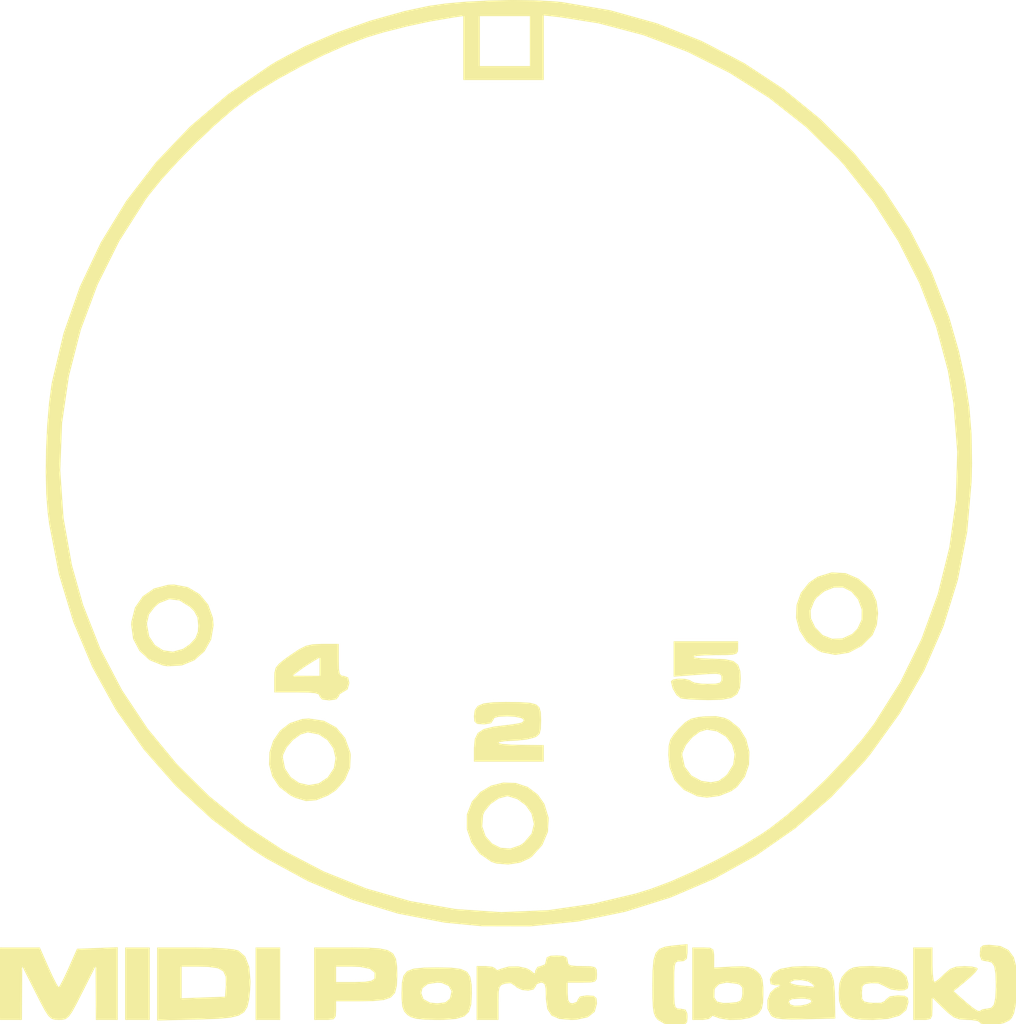
<source format=kicad_pcb>

(kicad_pcb (version 4) (host pcbnew 4.0.7)

	(general
		(links 0)
		(no_connects 0)
		(area 77.052499 41.877835 92.193313 53.630501)
		(thickness 1.6)
		(drawings 8)
		(tracks 0)
		(zones 0)
		(modules 1)
		(nets 1)
	)

	(page A4)
	(layers
		(0 F.Cu signal)
		(31 B.Cu signal)
		(32 B.Adhes user)
		(33 F.Adhes user)
		(34 B.Paste user)
		(35 F.Paste user)
		(36 B.SilkS user)
		(37 F.SilkS user)
		(38 B.Mask user)
		(39 F.Mask user)
		(40 Dwgs.User user)
		(41 Cmts.User user)
		(42 Eco1.User user)
		(43 Eco2.User user)
		(44 Edge.Cuts user)
		(45 Margin user)
		(46 B.CrtYd user)
		(47 F.CrtYd user)
		(48 B.Fab user)
		(49 F.Fab user)
	)

	(setup
		(last_trace_width 0.25)
		(trace_clearance 0.2)
		(zone_clearance 0.508)
		(zone_45_only no)
		(trace_min 0.2)
		(segment_width 0.2)
		(edge_width 0.15)
		(via_size 0.6)
		(via_drill 0.4)
		(via_min_size 0.4)
		(via_min_drill 0.3)
		(uvia_size 0.3)
		(uvia_drill 0.1)
		(uvias_allowed no)
		(uvia_min_size 0.2)
		(uvia_min_drill 0.1)
		(pcb_text_width 0.3)
		(pcb_text_size 1.5 1.5)
		(mod_edge_width 0.15)
		(mod_text_size 1 1)
		(mod_text_width 0.15)
		(pad_size 1.524 1.524)
		(pad_drill 0.762)
		(pad_to_mask_clearance 0.2)
		(aux_axis_origin 0 0)
		(visible_elements FFFFFF7F)
		(pcbplotparams
			(layerselection 0x010f0_80000001)
			(usegerberextensions false)
			(excludeedgelayer true)
			(linewidth 0.100000)
			(plotframeref false)
			(viasonmask false)
			(mode 1)
			(useauxorigin false)
			(hpglpennumber 1)
			(hpglpenspeed 20)
			(hpglpendiameter 15)
			(hpglpenoverlay 2)
			(psnegative false)
			(psa4output false)
			(plotreference true)
			(plotvalue true)
			(plotinvisibletext false)
			(padsonsilk false)
			(subtractmaskfromsilk false)
			(outputformat 1)
			(mirror false)
			(drillshape 1)
			(scaleselection 1)
			(outputdirectory gerbers/))
	)

	(net 0 "")

	(net_class Default "This is the default net class."
		(clearance 0.2)
		(trace_width 0.25)
		(via_dia 0.6)
		(via_drill 0.4)
		(uvia_dia 0.3)
		(uvia_drill 0.1)
	)
(module LOGO (layer F.Cu)
  (at 0 0)
 (fp_text reference "G***" (at 0 0) (layer F.SilkS) hide
  (effects (font (thickness 0.3)))
  )
  (fp_text value "LOGO" (at 0.75 0) (layer F.SilkS) hide
  (effects (font (thickness 0.3)))
  )
)
(module LOGO (layer F.Cu)
  (at 0 0)
 (fp_text reference "G***" (at 0 0) (layer F.SilkS) hide
  (effects (font (thickness 0.3)))
  )
  (fp_text value "LOGO" (at 0.75 0) (layer F.SilkS) hide
  (effects (font (thickness 0.3)))
  )
  (fp_poly (pts (xy 2.921000 7.106613) (xy 2.910678 7.199837) (xy 2.866101 7.235070) (xy 2.815166 7.239000) (xy 2.765067 7.242033) (xy 2.733960 7.261996) (xy 2.717320 7.315181) (xy 2.710621 7.417881)
     (xy 2.709338 7.586388) (xy 2.709333 7.620000) (xy 2.710176 7.800358) (xy 2.715721 7.912343) (xy 2.730494 7.972246) (xy 2.759022 7.996362) (xy 2.805830 8.000981) (xy 2.815166 8.001000)
     (xy 2.890802 8.014668) (xy 2.918472 8.072772) (xy 2.921000 8.128000) (xy 2.915477 8.206094) (xy 2.883592 8.243082) (xy 2.802368 8.254282) (xy 2.730500 8.255000) (xy 2.567036 8.235632)
     (xy 2.458077 8.173037) (xy 2.455333 8.170333) (xy 2.417204 8.122560) (xy 2.392449 8.058879) (xy 2.378294 7.961524) (xy 2.371965 7.812730) (xy 2.370666 7.628091) (xy 2.374027 7.390334)
     (xy 2.388848 7.223564) (xy 2.422239 7.114213) (xy 2.481307 7.048712) (xy 2.573161 7.013495) (xy 2.702226 6.995249) (xy 2.921000 6.974227) (xy 2.921000 7.106613) )(layer F.SilkS) (width  0.010000)
  )
  (fp_poly (pts (xy 7.899106 7.004320) (xy 8.026876 7.067519) (xy 8.110721 7.182452) (xy 8.154974 7.356976) (xy 8.163970 7.598944) (xy 8.155123 7.768166) (xy 8.137583 7.949514) (xy 8.113853 8.066887)
     (xy 8.078141 8.140978) (xy 8.039614 8.180916) (xy 7.957604 8.220897) (xy 7.843147 8.246640) (xy 7.723618 8.256264) (xy 7.626391 8.247889) (xy 7.578840 8.219631) (xy 7.577666 8.212666)
     (xy 7.539724 8.187903) (xy 7.443275 8.172661) (xy 7.378185 8.170333) (xy 7.256209 8.163218) (xy 7.164105 8.131676) (xy 7.069160 8.060409) (xy 6.997185 7.992185) (xy 6.815666 7.814038)
     (xy 6.815666 7.992185) (xy 6.811799 8.104253) (xy 6.786993 8.155477) (xy 6.721439 8.169676) (xy 6.667500 8.170333) (xy 6.519333 8.170333) (xy 6.519333 7.027333) (xy 6.815666 7.027333)
     (xy 6.815666 7.302500) (xy 6.820495 7.442633) (xy 6.833131 7.541741) (xy 6.850079 7.577666) (xy 6.898398 7.549667) (xy 6.977467 7.479671) (xy 7.006166 7.450666) (xy 7.100167 7.368904)
     (xy 7.199583 7.331857) (xy 7.331586 7.323666) (xy 7.449714 7.331032) (xy 7.523246 7.349795) (xy 7.535333 7.363165) (xy 7.504969 7.409279) (xy 7.426344 7.488045) (xy 7.342954 7.560305)
     (xy 7.150575 7.717945) (xy 7.353537 7.897336) (xy 7.459060 7.983514) (xy 7.537387 8.034201) (xy 7.570611 8.038863) (xy 7.618729 8.009234) (xy 7.682498 8.001000) (xy 7.755021 7.986593)
     (xy 7.800261 7.933731) (xy 7.823881 7.827954) (xy 7.831543 7.654800) (xy 7.831666 7.620000) (xy 7.826074 7.435087) (xy 7.805401 7.319747) (xy 7.763798 7.259391) (xy 7.695421 7.239429)
     (xy 7.678970 7.239000) (xy 7.606335 7.224358) (xy 7.579863 7.163678) (xy 7.577666 7.112000) (xy 7.586172 7.026117) (xy 7.628930 6.991317) (xy 7.723077 6.985000) (xy 7.899106 7.004320) )(layer F.SilkS) (width  0.010000)
  )
  (fp_poly (pts (xy -6.138334 8.170333) (xy -6.477000 8.170333) (xy -6.479470 7.736416) (xy -6.481940 7.302500) (xy -6.700771 7.736416) (xy -6.795693 7.922768) (xy -6.863787 8.046283) (xy -6.916036 8.119878)
     (xy -6.963422 8.156472) (xy -7.016926 8.168983) (xy -7.069667 8.170333) (xy -7.135488 8.167609) (xy -7.186668 8.150827) (xy -7.234189 8.107069) (xy -7.289032 8.023415) (xy -7.362181 7.886949)
     (xy -7.438564 7.736416) (xy -7.657395 7.302500) (xy -7.659864 7.736416) (xy -7.662334 8.170333) (xy -8.001000 8.170333) (xy -8.001000 7.027333) (xy -7.375762 7.027333) (xy -7.236231 7.344833)
     (xy -7.169226 7.490997) (xy -7.113339 7.601393) (xy -7.077990 7.657790) (xy -7.072600 7.661457) (xy -7.045470 7.625155) (xy -6.994977 7.529597) (xy -6.930812 7.393475) (xy -6.913437 7.354540)
     (xy -6.778373 7.048500) (xy -6.458354 7.036135) (xy -6.138334 7.023771) (xy -6.138334 8.170333) )(layer F.SilkS) (width  0.010000)
  )
  (fp_poly (pts (xy -5.630334 8.170333) (xy -6.011334 8.170333) (xy -6.011334 7.027333) (xy -5.630334 7.027333) (xy -5.630334 8.170333) )(layer F.SilkS) (width  0.010000)
  )
  (fp_poly (pts (xy -4.657824 7.030990) (xy -4.446570 7.041306) (xy -4.292999 7.057299) (xy -4.215384 7.075903) (xy -4.110589 7.169407) (xy -4.047367 7.332846) (xy -4.027062 7.561658) (xy -4.033050 7.694552)
     (xy -4.049196 7.851430) (xy -4.076638 7.967283) (xy -4.127133 8.048711) (xy -4.212438 8.102316) (xy -4.344308 8.134700) (xy -4.534501 8.152464) (xy -4.794772 8.162209) (xy -4.869242 8.164095)
     (xy -5.503334 8.179561) (xy -5.503334 7.323666) (xy -5.122334 7.323666) (xy -5.122334 7.835090) (xy -4.423834 7.810500) (xy -4.410374 7.621535) (xy -4.413097 7.487386) (xy -4.452621 7.399576)
     (xy -4.541721 7.349126) (xy -4.693174 7.327052) (xy -4.834092 7.323666) (xy -5.122334 7.323666) (xy -5.503334 7.323666) (xy -5.503334 7.027333) (xy -4.912659 7.027333) (xy -4.657824 7.030990) )(layer F.SilkS) (width  0.010000)
  )
  (fp_poly (pts (xy -3.556000 8.170333) (xy -3.937000 8.170333) (xy -3.937000 7.027333) (xy -3.556000 7.027333) (xy -3.556000 8.170333) )(layer F.SilkS) (width  0.010000)
  )
  (fp_poly (pts (xy -2.167521 7.029768) (xy -1.973870 7.041704) (xy -1.841579 7.070081) (xy -1.759016 7.121843) (xy -1.714546 7.203931) (xy -1.696535 7.323290) (xy -1.693334 7.469432) (xy -1.700235 7.631385)
     (xy -1.729541 7.743540) (xy -1.794152 7.814882) (xy -1.906973 7.854396) (xy -2.080904 7.871069) (xy -2.274253 7.874000) (xy -2.667000 7.874000) (xy -2.667000 8.022166) (xy -2.672127 8.117032)
     (xy -2.703779 8.159191) (xy -2.786368 8.170002) (xy -2.836334 8.170333) (xy -3.005667 8.170333) (xy -3.005667 7.323666) (xy -2.667000 7.323666) (xy -2.667000 7.577666) (xy -2.369339 7.577666)
     (xy -2.200657 7.572848) (xy -2.100432 7.556303) (xy -2.052890 7.524898) (xy -2.047102 7.513627) (xy -2.045140 7.421598) (xy -2.121714 7.359853) (xy -2.277085 7.328251) (xy -2.397017 7.323666)
     (xy -2.667000 7.323666) (xy -3.005667 7.323666) (xy -3.005667 7.027333) (xy -2.434167 7.027333) (xy -2.167521 7.029768) )(layer F.SilkS) (width  0.010000)
  )
  (fp_poly (pts (xy -0.829761 7.349036) (xy -0.677168 7.368397) (xy -0.582171 7.413041) (xy -0.531307 7.493092) (xy -0.511116 7.618678) (xy -0.508000 7.755091) (xy -0.516930 7.926294) (xy -0.552378 8.043429)
     (xy -0.627332 8.116377) (xy -0.754782 8.155026) (xy -0.947716 8.169258) (xy -1.053644 8.170333) (xy -1.251433 8.166519) (xy -1.384586 8.152951) (xy -1.472878 8.126441) (xy -1.523544 8.094548)
     (xy -1.576712 8.037655) (xy -1.605262 7.959760) (xy -1.616145 7.835352) (xy -1.617134 7.751044) (xy -1.617007 7.747000) (xy -1.312334 7.747000) (xy -1.276024 7.847418) (xy -1.169550 7.904034)
     (xy -1.051357 7.916333) (xy -0.924401 7.899667) (xy -0.853460 7.843298) (xy -0.846667 7.831666) (xy -0.821238 7.718389) (xy -0.869406 7.631564) (xy -0.981303 7.583437) (xy -1.051357 7.577666)
     (xy -1.206123 7.601225) (xy -1.293379 7.670310) (xy -1.312334 7.747000) (xy -1.617007 7.747000) (xy -1.611946 7.586815) (xy -1.587534 7.473952) (xy -1.530622 7.402890) (xy -1.427935 7.364061)
     (xy -1.266199 7.347902) (xy -1.053409 7.344833) (xy -0.829761 7.349036) )(layer F.SilkS) (width  0.010000)
  )
  (fp_poly (pts (xy 0.957450 7.161433) (xy 1.006412 7.190130) (xy 1.016000 7.239000) (xy 1.026106 7.287928) (xy 1.069800 7.313417) (xy 1.167148 7.322763) (xy 1.248833 7.323666) (xy 1.381940 7.325799)
     (xy 1.451221 7.339774) (xy 1.477517 7.376961) (xy 1.481666 7.448724) (xy 1.481666 7.450666) (xy 1.477756 7.523270) (xy 1.452134 7.561060) (xy 1.383960 7.575403) (xy 1.252393 7.577666)
     (xy 1.016000 7.577666) (xy 1.016000 7.747000) (xy 1.023100 7.857784) (xy 1.051797 7.906746) (xy 1.100666 7.916333) (xy 1.169618 7.889863) (xy 1.185333 7.852833) (xy 1.217463 7.805867)
     (xy 1.320005 7.789448) (xy 1.333500 7.789333) (xy 1.433093 7.796487) (xy 1.473939 7.832313) (xy 1.481666 7.913932) (xy 1.445851 8.043684) (xy 1.338658 8.128255) (xy 1.160464 8.167404)
     (xy 1.079500 8.170333) (xy 0.889023 8.155151) (xy 0.766697 8.102281) (xy 0.700323 8.000739) (xy 0.677706 7.839539) (xy 0.677333 7.808099) (xy 0.673581 7.674392) (xy 0.657389 7.605054)
     (xy 0.621354 7.579938) (xy 0.592666 7.577666) (xy 0.523714 7.604136) (xy 0.508000 7.641166) (xy 0.473614 7.687600) (xy 0.391544 7.705027) (xy 0.293415 7.694071) (xy 0.210856 7.655355)
     (xy 0.191170 7.634924) (xy 0.116720 7.586149) (xy 0.027753 7.593397) (xy -0.032900 7.614008) (xy -0.066583 7.651475) (xy -0.081192 7.727055) (xy -0.084626 7.862004) (xy -0.084667 7.895973)
     (xy -0.084667 8.170333) (xy -0.423334 8.170333) (xy -0.423334 7.323666) (xy -0.275167 7.323666) (xy -0.177239 7.334671) (xy -0.128282 7.361733) (xy -0.127000 7.367489) (xy -0.101086 7.389689)
     (xy -0.045117 7.367489) (xy 0.082360 7.330475) (xy 0.233362 7.327983) (xy 0.368991 7.357867) (xy 0.430583 7.393727) (xy 0.488000 7.440213) (xy 0.506535 7.427500) (xy 0.508000 7.393727)
     (xy 0.543111 7.335097) (xy 0.592666 7.323666) (xy 0.663418 7.293732) (xy 0.677333 7.239000) (xy 0.691533 7.183607) (xy 0.748927 7.159126) (xy 0.846666 7.154333) (xy 0.957450 7.161433) )(layer F.SilkS) (width  0.010000)
  )
  (fp_poly (pts (xy 3.283391 7.031575) (xy 3.331556 7.059707) (xy 3.343930 7.134838) (xy 3.344333 7.187467) (xy 3.344333 7.347600) (xy 3.630767 7.331415) (xy 3.796293 7.326707) (xy 3.904861 7.338670)
     (xy 3.983334 7.372037) (xy 4.022351 7.400375) (xy 4.081950 7.459953) (xy 4.113775 7.533345) (xy 4.126068 7.647727) (xy 4.127500 7.747000) (xy 4.122708 7.899913) (xy 4.103140 7.995139)
     (xy 4.061004 8.059371) (xy 4.027560 8.089406) (xy 3.917455 8.139483) (xy 3.759707 8.167305) (xy 3.588881 8.170882) (xy 3.439541 8.148221) (xy 3.383883 8.126510) (xy 3.316488 8.104310)
     (xy 3.302000 8.126510) (xy 3.264790 8.155474) (xy 3.173293 8.169954) (xy 3.153833 8.170333) (xy 3.005666 8.170333) (xy 3.005666 7.820166) (xy 3.348422 7.820166) (xy 3.391763 7.887219)
     (xy 3.494897 7.910228) (xy 3.587318 7.908087) (xy 3.709332 7.896408) (xy 3.770606 7.870879) (xy 3.795021 7.814918) (xy 3.801990 7.759035) (xy 3.800387 7.660275) (xy 3.758361 7.612512)
     (xy 3.711855 7.596980) (xy 3.548298 7.576981) (xy 3.425011 7.603574) (xy 3.357925 7.672329) (xy 3.351568 7.697162) (xy 3.348422 7.820166) (xy 3.005666 7.820166) (xy 3.005666 7.027333)
     (xy 3.175000 7.027333) (xy 3.283391 7.031575) )(layer F.SilkS) (width  0.010000)
  )
  (fp_poly (pts (xy 4.988473 7.330971) (xy 5.123020 7.361210) (xy 5.204730 7.428910) (xy 5.247005 7.547976) (xy 5.263250 7.732313) (xy 5.265346 7.819833) (xy 5.270500 8.149166) (xy 4.797730 8.160206)
     (xy 4.582044 8.163158) (xy 4.434709 8.158938) (xy 4.339583 8.145814) (xy 4.280523 8.122053) (xy 4.255738 8.102024) (xy 4.200623 7.994977) (xy 4.198659 7.872550) (xy 4.531782 7.872550)
     (xy 4.553532 7.925830) (xy 4.559903 7.932459) (xy 4.625238 7.953154) (xy 4.727748 7.950216) (xy 4.829989 7.928911) (xy 4.894521 7.894505) (xy 4.900338 7.884583) (xy 4.881765 7.849460)
     (xy 4.791126 7.833335) (xy 4.723694 7.831666) (xy 4.587717 7.841646) (xy 4.531782 7.872550) (xy 4.198659 7.872550) (xy 4.198517 7.863703) (xy 4.244343 7.743064) (xy 4.318000 7.674514)
     (xy 4.423833 7.621248) (xy 4.325639 7.620624) (xy 4.252306 7.602821) (xy 4.247076 7.575304) (xy 4.552293 7.575304) (xy 4.575009 7.601422) (xy 4.661341 7.623267) (xy 4.729711 7.631174)
     (xy 4.851093 7.641940) (xy 4.931487 7.651361) (xy 4.947600 7.654702) (xy 4.938503 7.634538) (xy 4.910666 7.598833) (xy 4.837918 7.557446) (xy 4.729583 7.537416) (xy 4.622927 7.541189)
     (xy 4.555214 7.571213) (xy 4.552293 7.575304) (xy 4.247076 7.575304) (xy 4.239636 7.536162) (xy 4.240972 7.525809) (xy 4.288159 7.431496) (xy 4.401534 7.367826) (xy 4.586329 7.332872)
     (xy 4.787688 7.324290) (xy 4.988473 7.330971) )(layer F.SilkS) (width  0.010000)
  )
  (fp_poly (pts (xy 6.126796 7.340988) (xy 6.301674 7.393683) (xy 6.403532 7.482849) (xy 6.434666 7.601905) (xy 6.423338 7.671001) (xy 6.372968 7.699645) (xy 6.283476 7.704666) (xy 6.162658 7.686915)
     (xy 6.071717 7.643701) (xy 6.066544 7.638925) (xy 5.964099 7.590929) (xy 5.847317 7.586008) (xy 5.745535 7.601242) (xy 5.702888 7.641412) (xy 5.693868 7.733276) (xy 5.693833 7.747000)
     (xy 5.698996 7.840188) (xy 5.730230 7.885173) (xy 5.811149 7.903067) (xy 5.874137 7.908203) (xy 6.001874 7.907201) (xy 6.066915 7.877146) (xy 6.079749 7.855286) (xy 6.143913 7.804414)
     (xy 6.269862 7.789333) (xy 6.377239 7.795636) (xy 6.424203 7.824484) (xy 6.434665 7.890786) (xy 6.434666 7.892094) (xy 6.399931 8.016808) (xy 6.294258 8.104014) (xy 6.115449 8.154807)
     (xy 5.876700 8.170333) (xy 5.702915 8.167539) (xy 5.590076 8.155425) (xy 5.514546 8.128393) (xy 5.452684 8.080846) (xy 5.437909 8.066424) (xy 5.370768 7.978808) (xy 5.340029 7.870910)
     (xy 5.334000 7.747000) (xy 5.343871 7.597873) (xy 5.381073 7.496916) (xy 5.437909 7.427575) (xy 5.499969 7.374519) (xy 5.570264 7.343266) (xy 5.672432 7.328217) (xy 5.830110 7.323776)
     (xy 5.876700 7.323666) (xy 6.126796 7.340988) )(layer F.SilkS) (width  0.010000)
  )
  (fp_poly (pts (xy 0.490501 -8.031941) (xy 0.800516 -8.015847) (xy 0.924348 -8.003867) (xy 1.696835 -7.872842) (xy 2.440340 -7.665050) (xy 3.150341 -7.384473) (xy 3.822316 -7.035091) (xy 4.451741 -6.620883)
     (xy 5.034097 -6.145830) (xy 5.564860 -5.613913) (xy 6.039508 -5.029111) (xy 6.453519 -4.395405) (xy 6.802372 -3.716774) (xy 7.081544 -2.997200) (xy 7.239451 -2.445443) (xy 7.337394 -1.996025)
     (xy 7.402325 -1.571090) (xy 7.437089 -1.140992) (xy 7.444529 -0.676085) (xy 7.437524 -0.381000) (xy 7.368937 0.412031) (xy 7.220430 1.177190) (xy 6.992264 1.913795) (xy 6.684701 2.621165)
     (xy 6.298002 3.298616) (xy 5.832429 3.945469) (xy 5.729880 4.071098) (xy 5.211332 4.628553) (xy 4.638074 5.125185) (xy 4.016854 5.558406) (xy 3.354417 5.925631) (xy 2.657509 6.224273)
     (xy 1.932879 6.451746) (xy 1.187271 6.605463) (xy 0.427433 6.682839) (xy -0.339889 6.681287) (xy -0.931334 6.624713) (xy -1.672513 6.481798) (xy -2.402520 6.260501) (xy -3.106809 5.966337)
     (xy -3.770839 5.604818) (xy -3.986326 5.466553) (xy -4.628400 4.988029) (xy -5.206235 4.455332) (xy -5.717947 3.871562) (xy -6.161654 3.239818) (xy -6.535473 2.563200) (xy -6.837519 1.844809)
     (xy -7.065910 1.087743) (xy -7.218763 0.295104) (xy -7.243356 0.105378) (xy -7.265705 -0.183894) (xy -7.273861 -0.529263) (xy -7.273391 -0.563398) (xy -7.052483 -0.563398) (xy -7.000443 0.193659)
     (xy -6.866398 0.947174) (xy -6.688522 1.577276) (xy -6.413941 2.275361) (xy -6.069867 2.932774) (xy -5.661881 3.545860) (xy -5.195564 4.110964) (xy -4.676499 4.624432) (xy -4.110265 5.082607)
     (xy -3.502446 5.481836) (xy -2.858622 5.818462) (xy -2.184375 6.088832) (xy -1.485286 6.289289) (xy -0.766938 6.416178) (xy -0.034910 6.465846) (xy 0.705215 6.434636) (xy 0.725764 6.432586)
     (xy 1.429334 6.330018) (xy 2.101599 6.169972) (xy 2.339276 6.096558) (xy 2.665173 5.974202) (xy 3.030680 5.812302) (xy 3.409369 5.624301) (xy 3.774813 5.423639) (xy 4.100582 5.223757)
     (xy 4.233333 5.133293) (xy 4.513210 4.915955) (xy 4.819022 4.647049) (xy 5.131058 4.346316) (xy 5.429609 4.033500) (xy 5.694965 3.728341) (xy 5.893459 3.470442) (xy 6.308972 2.812227)
     (xy 6.648243 2.120933) (xy 6.910043 1.402430) (xy 7.093146 0.662585) (xy 7.196322 -0.092733) (xy 7.218346 -0.857656) (xy 7.157988 -1.626316) (xy 7.069132 -2.148777) (xy 6.882144 -2.848960)
     (xy 6.617035 -3.538604) (xy 6.280327 -4.205081) (xy 5.878539 -4.835761) (xy 5.418191 -5.418016) (xy 5.331203 -5.514967) (xy 4.804983 -6.029351) (xy 4.221263 -6.488692) (xy 3.589996 -6.887924)
     (xy 2.921132 -7.221979) (xy 2.224624 -7.485792) (xy 1.510422 -7.674295) (xy 0.899583 -7.771229) (xy 0.635000 -7.800270) (xy 0.635000 -6.773334) (xy -0.635000 -6.773334) (xy -0.635000 -7.789334)
     (xy -0.381000 -7.789334) (xy -0.381000 -6.985000) (xy 0.423333 -6.985000) (xy 0.423333 -7.789334) (xy -0.381000 -7.789334) (xy -0.635000 -7.789334) (xy -0.635000 -7.790334) (xy -0.814917 -7.764348)
     (xy -1.165772 -7.704141) (xy -1.541820 -7.623457) (xy -1.904410 -7.531223) (xy -2.169944 -7.451468) (xy -2.489376 -7.331593) (xy -2.849275 -7.172172) (xy -3.223836 -6.986355) (xy -3.587254 -6.787289)
     (xy -3.913726 -6.588123) (xy -4.063492 -6.486638) (xy -4.318272 -6.289840) (xy -4.600633 -6.044659) (xy -4.892221 -5.769289) (xy -5.174681 -5.481924) (xy -5.429659 -5.200759) (xy -5.638802 -4.943989)
     (xy -5.689950 -4.874314) (xy -6.112191 -4.210681) (xy -6.457498 -3.517826) (xy -6.725026 -2.801210) (xy -6.913929 -2.066293) (xy -7.023364 -1.318535) (xy -7.052483 -0.563398) (xy -7.273391 -0.563398)
     (xy -7.268704 -0.903511) (xy -7.251115 -1.279418) (xy -7.221971 -1.629768) (xy -7.182153 -1.927342) (xy -7.176663 -1.958415) (xy -6.992843 -2.736697) (xy -6.733134 -3.479223) (xy -6.399843 -4.182705)
     (xy -5.995274 -4.843850) (xy -5.521735 -5.459368) (xy -4.981532 -6.025969) (xy -4.376971 -6.540361) (xy -3.710358 -6.999255) (xy -3.594772 -7.069285) (xy -3.153495 -7.303146) (xy -2.652898 -7.518930)
     (xy -2.117844 -7.707618) (xy -1.573192 -7.860192) (xy -1.185334 -7.943307) (xy -0.917591 -7.981164) (xy -0.590878 -8.009681) (xy -0.230453 -8.028133) (xy 0.138426 -8.035795) (xy 0.490501 -8.031941) )(layer F.SilkS) (width  0.010000)
  )
  (fp_poly (pts (xy 0.194963 4.411765) (xy 0.383235 4.474858) (xy 0.544754 4.596994) (xy 0.645517 4.742177) (xy 0.713399 4.963743) (xy 0.701387 5.185136) (xy 0.613152 5.392554) (xy 0.452364 5.572196)
     (xy 0.417586 5.599345) (xy 0.264872 5.669990) (xy 0.075819 5.699754) (xy -0.109796 5.684829) (xy -0.192599 5.657760) (xy -0.375108 5.531342) (xy -0.507658 5.351284) (xy -0.579250 5.139112)
     (xy -0.579187 5.100419) (xy -0.342701 5.100419) (xy -0.289465 5.254721) (xy -0.186108 5.372199) (xy -0.048326 5.442506) (xy 0.108188 5.455299) (xy 0.267738 5.400231) (xy 0.330798 5.355291)
     (xy 0.450480 5.214672) (xy 0.487688 5.059682) (xy 0.448551 4.892668) (xy 0.357443 4.761396) (xy 0.222155 4.661243) (xy 0.075336 4.615286) (xy 0.055018 4.614491) (xy -0.078666 4.650334)
     (xy -0.209513 4.740555) (xy -0.305734 4.859969) (xy -0.330122 4.919637) (xy -0.342701 5.100419) (xy -0.579187 5.100419) (xy -0.578887 4.916357) (xy -0.576839 4.905606) (xy -0.499453 4.706199)
     (xy -0.367270 4.554931) (xy -0.196600 4.453982) (xy -0.003752 4.405533) (xy 0.194963 4.411765) )(layer F.SilkS) (width  0.010000)
  )
  (fp_poly (pts (xy -2.856082 3.422888) (xy -2.662191 3.527856) (xy -2.521430 3.696219) (xy -2.440172 3.922468) (xy -2.433651 3.960121) (xy -2.442864 4.165078) (xy -2.524759 4.359288) (xy -2.667910 4.522254)
     (xy -2.792387 4.603750) (xy -2.978586 4.678383) (xy -3.139545 4.690863) (xy -3.307583 4.641134) (xy -3.386133 4.602694) (xy -3.561124 4.470152) (xy -3.672332 4.302516) (xy -3.723305 4.114693)
     (xy -3.719884 3.999049) (xy -3.513667 3.999049) (xy -3.478829 4.178444) (xy -3.386081 4.317930) (xy -3.253071 4.409640) (xy -3.097447 4.445708) (xy -2.936859 4.418269) (xy -2.790744 4.321256)
     (xy -2.692923 4.173069) (xy -2.666371 4.012432) (xy -2.703224 3.856991) (xy -2.795614 3.724397) (xy -2.935676 3.632297) (xy -3.112951 3.598333) (xy -3.228832 3.633575) (xy -3.350266 3.722502)
     (xy -3.452054 3.839915) (xy -3.508996 3.960613) (xy -3.513667 3.999049) (xy -3.719884 3.999049) (xy -3.717591 3.921588) (xy -3.658737 3.738106) (xy -3.550291 3.579153) (xy -3.395802 3.459634)
     (xy -3.198816 3.394456) (xy -3.096732 3.386824) (xy -2.856082 3.422888) )(layer F.SilkS) (width  0.010000)
  )
  (fp_poly (pts (xy 3.509738 3.375352) (xy 3.585222 3.409210) (xy 3.747969 3.539667) (xy 3.854829 3.713374) (xy 3.905256 3.911625) (xy 3.898707 4.115716) (xy 3.834638 4.306942) (xy 3.712503 4.466597)
     (xy 3.618002 4.535553) (xy 3.432252 4.609830) (xy 3.234324 4.636536) (xy 3.082661 4.616455) (xy 2.869358 4.513577) (xy 2.722850 4.359045) (xy 2.642395 4.151805) (xy 2.624945 3.967110)
     (xy 2.625034 3.964516) (xy 2.837833 3.964516) (xy 2.877574 4.149701) (xy 2.983756 4.291554) (xy 3.144392 4.378641) (xy 3.295598 4.401166) (xy 3.422104 4.378290) (xy 3.536569 4.295519)
     (xy 3.560182 4.271189) (xy 3.655848 4.116836) (xy 3.679019 3.953453) (xy 3.637649 3.798391) (xy 3.539693 3.669002) (xy 3.393108 3.582637) (xy 3.232274 3.556000) (xy 3.116729 3.591638)
     (xy 2.996944 3.681729) (xy 2.897284 3.801038) (xy 2.842115 3.924329) (xy 2.837833 3.964516) (xy 2.625034 3.964516) (xy 2.630015 3.820037) (xy 2.655423 3.719529) (xy 2.715837 3.627676)
     (xy 2.787186 3.547825) (xy 2.890792 3.445883) (xy 2.982066 3.390222) (xy 3.098234 3.363132) (xy 3.196408 3.353137) (xy 3.375838 3.348974) (xy 3.509738 3.375352) )(layer F.SilkS) (width  0.010000)
  )
  (fp_poly (pts (xy 0.264795 3.126967) (xy 0.418596 3.137068) (xy 0.514765 3.161923) (xy 0.566820 3.208553) (xy 0.588275 3.283978) (xy 0.592648 3.395219) (xy 0.592666 3.411733) (xy 0.588625 3.547565)
     (xy 0.569880 3.623777) (xy 0.526497 3.665279) (xy 0.484077 3.684047) (xy 0.369950 3.712030) (xy 0.226820 3.728415) (xy 0.198327 3.729553) (xy 0.021036 3.739405) (xy -0.073539 3.755806)
     (xy -0.086679 3.774672) (xy -0.019666 3.791922) (xy 0.126220 3.803474) (xy 0.222250 3.805780) (xy 0.635000 3.810000) (xy 0.635000 4.064000) (xy -0.465667 4.064000) (xy -0.465667 3.853309)
     (xy -0.453220 3.712500) (xy -0.406758 3.616431) (xy -0.312603 3.554500) (xy -0.157077 3.516105) (xy -0.006983 3.497808) (xy 0.138839 3.480667) (xy 0.251076 3.461891) (xy 0.300625 3.447514)
     (xy 0.330723 3.406045) (xy 0.286988 3.372017) (xy 0.180205 3.350073) (xy 0.061001 3.344333) (xy -0.078562 3.350147) (xy -0.150015 3.370520) (xy -0.169334 3.407833) (xy -0.201464 3.454799)
     (xy -0.304006 3.471218) (xy -0.317500 3.471333) (xy -0.417153 3.464087) (xy -0.458021 3.428347) (xy -0.465667 3.349516) (xy -0.453260 3.252023) (xy -0.407422 3.186545) (xy -0.315227 3.147330)
     (xy -0.163750 3.128630) (xy 0.039847 3.124601) (xy 0.264795 3.126967) )(layer F.SilkS) (width  0.010000)
  )
  (fp_poly (pts (xy -2.624667 2.455333) (xy -2.621578 2.597197) (xy -2.608007 2.673853) (xy -2.577501 2.704663) (xy -2.540000 2.709333) (xy -2.474490 2.733113) (xy -2.455341 2.816637) (xy -2.455334 2.819129)
     (xy -2.483646 2.917412) (xy -2.540000 2.951067) (xy -2.608799 2.993591) (xy -2.624667 3.031770) (xy -2.663959 3.076311) (xy -2.772834 3.090333) (xy -2.882420 3.076563) (xy -2.920733 3.032616)
     (xy -2.921000 3.026833) (xy -2.936363 2.995086) (xy -2.992284 2.975656) (xy -3.103514 2.965940) (xy -3.280834 2.963333) (xy -3.640667 2.963333) (xy -3.640667 2.760000) (xy -3.639174 2.707450)
     (xy -3.365500 2.707450) (xy -3.143250 2.708392) (xy -2.921000 2.709333) (xy -2.921000 2.408213) (xy -3.040213 2.478634) (xy -3.162943 2.557218) (xy -3.262463 2.628252) (xy -3.365500 2.707450)
     (xy -3.639174 2.707450) (xy -3.637627 2.653020) (xy -3.618550 2.578861) (xy -3.568506 2.514941) (xy -3.472562 2.438678) (xy -3.388736 2.379000) (xy -3.247360 2.284275) (xy -3.139257 2.230774)
     (xy -3.031471 2.206972) (xy -2.891049 2.201344) (xy -2.880736 2.201333) (xy -2.624667 2.201333) (xy -2.624667 2.455333) )(layer F.SilkS) (width  0.010000)
  )
  (fp_poly (pts (xy 3.725333 2.264833) (xy 3.722029 2.316082) (xy 3.700942 2.347360) (xy 3.645310 2.363597) (xy 3.538370 2.369722) (xy 3.365500 2.370666) (xy 3.202893 2.374115) (xy 3.078535 2.383318)
     (xy 3.011858 2.396561) (xy 3.005685 2.402416) (xy 3.044548 2.417900) (xy 3.147226 2.429706) (xy 3.292877 2.435609) (xy 3.318714 2.435856) (xy 3.519813 2.443978) (xy 3.651056 2.472456)
     (xy 3.726630 2.531355) (xy 3.760716 2.630742) (xy 3.767666 2.754449) (xy 3.755741 2.896861) (xy 3.711582 2.993305) (xy 3.622609 3.051666) (xy 3.476245 3.079828) (xy 3.259910 3.085675)
     (xy 3.239663 3.085422) (xy 3.069192 3.080703) (xy 2.924932 3.072643) (xy 2.833352 3.062815) (xy 2.823346 3.060688) (xy 2.753933 3.007554) (xy 2.694645 2.907928) (xy 2.667173 2.799189)
     (xy 2.667000 2.791244) (xy 2.702787 2.764083) (xy 2.787128 2.752899) (xy 2.885486 2.757394) (xy 2.963328 2.777266) (xy 2.984500 2.794000) (xy 3.038242 2.817548) (xy 3.148499 2.832918)
     (xy 3.240998 2.836333) (xy 3.374126 2.832902) (xy 3.443152 2.817234) (xy 3.468537 2.781270) (xy 3.471333 2.745592) (xy 3.467370 2.702975) (xy 3.444687 2.678010) (xy 3.387096 2.668066)
     (xy 3.278406 2.670507) (xy 3.102427 2.682701) (xy 3.090333 2.683613) (xy 2.709333 2.712375) (xy 2.709333 2.159000) (xy 3.725333 2.159000) (xy 3.725333 2.264833) )(layer F.SilkS) (width  0.010000)
  )
  (fp_poly (pts (xy -5.018081 1.299265) (xy -4.834177 1.409650) (xy -4.698772 1.575186) (xy -4.624618 1.782708) (xy -4.614492 1.900677) (xy -4.652735 2.125017) (xy -4.758043 2.312696) (xy -4.916867 2.452933)
     (xy -5.115659 2.534947) (xy -5.340869 2.547959) (xy -5.413468 2.536394) (xy -5.623567 2.452273) (xy -5.784222 2.307134) (xy -5.885239 2.114978) (xy -5.916073 1.892324) (xy -5.672667 1.892324)
     (xy -5.638305 2.078203) (xy -5.546344 2.217406) (xy -5.413470 2.302313) (xy -5.256370 2.325306) (xy -5.091731 2.278765) (xy -4.986380 2.205665) (xy -4.893748 2.105876) (xy -4.854996 2.002693)
     (xy -4.849091 1.905000) (xy -4.862220 1.773169) (xy -4.915099 1.675680) (xy -4.986380 1.604334) (xy -5.150861 1.501524) (xy -5.316423 1.481399) (xy -5.475262 1.543942) (xy -5.548924 1.605410)
     (xy -5.640269 1.725110) (xy -5.671839 1.858580) (xy -5.672667 1.892324) (xy -5.916073 1.892324) (xy -5.916422 1.889807) (xy -5.914017 1.848929) (xy -5.856430 1.621892) (xy -5.733479 1.442583)
     (xy -5.554788 1.319424) (xy -5.329981 1.260835) (xy -5.237731 1.257198) (xy -5.018081 1.299265) )(layer F.SilkS) (width  0.010000)
  )
  (fp_poly (pts (xy 5.439100 1.076327) (xy 5.646619 1.165751) (xy 5.828473 1.329036) (xy 5.859274 1.368354) (xy 5.927322 1.519743) (xy 5.951277 1.707260) (xy 5.931073 1.895623) (xy 5.866646 2.049553)
     (xy 5.860550 2.058029) (xy 5.689703 2.228301) (xy 5.489158 2.332937) (xy 5.275394 2.367425) (xy 5.064889 2.327254) (xy 4.995333 2.294886) (xy 4.821714 2.157975) (xy 4.708556 1.981559)
     (xy 4.655846 1.782834) (xy 4.660307 1.665109) (xy 4.878024 1.665109) (xy 4.883520 1.792229) (xy 4.951545 1.935121) (xy 5.071297 2.059951) (xy 5.224577 2.119867) (xy 5.389674 2.114121)
     (xy 5.544878 2.041962) (xy 5.630588 1.958560) (xy 5.698205 1.810861) (xy 5.699445 1.646818) (xy 5.642583 1.490033) (xy 5.535892 1.364108) (xy 5.397981 1.295070) (xy 5.252004 1.296668)
     (xy 5.099803 1.356724) (xy 4.975030 1.459008) (xy 4.934645 1.518562) (xy 4.878024 1.665109) (xy 4.660307 1.665109) (xy 4.663571 1.578991) (xy 4.731720 1.387223) (xy 4.860280 1.224725)
     (xy 4.996177 1.132482) (xy 5.218193 1.064119) (xy 5.439100 1.076327) )(layer F.SilkS) (width  0.010000)
  )
)

)

</source>
